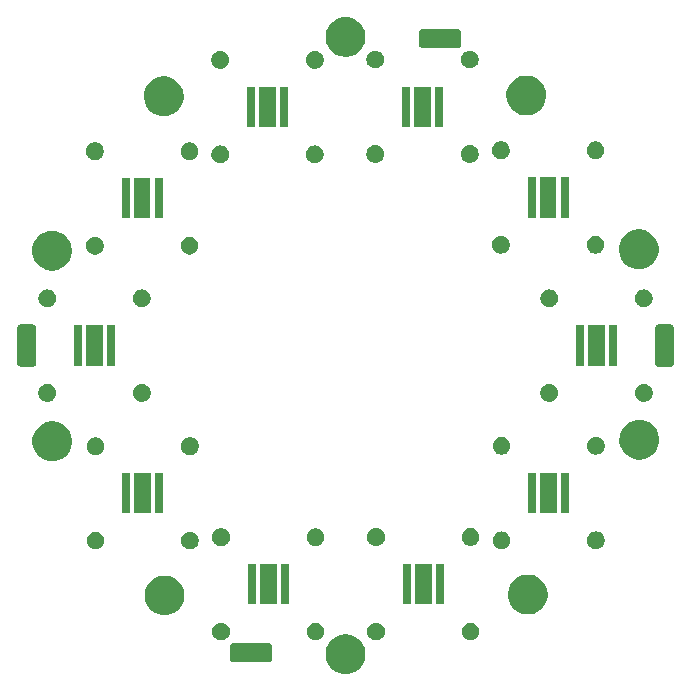
<source format=gbr>
G04 #@! TF.GenerationSoftware,KiCad,Pcbnew,(5.0.0)*
G04 #@! TF.CreationDate,2020-03-19T11:29:46-07:00*
G04 #@! TF.ProjectId,ring_illuminator,72696E675F696C6C756D696E61746F72,rev?*
G04 #@! TF.SameCoordinates,Original*
G04 #@! TF.FileFunction,Soldermask,Top*
G04 #@! TF.FilePolarity,Negative*
%FSLAX46Y46*%
G04 Gerber Fmt 4.6, Leading zero omitted, Abs format (unit mm)*
G04 Created by KiCad (PCBNEW (5.0.0)) date 03/19/20 11:29:46*
%MOMM*%
%LPD*%
G01*
G04 APERTURE LIST*
%ADD10C,0.100000*%
G04 APERTURE END LIST*
D10*
G36*
X327947Y-24476300D02*
X490330Y-24508600D01*
X796252Y-24635317D01*
X1071575Y-24819282D01*
X1305718Y-25053425D01*
X1489683Y-25328748D01*
X1616400Y-25634670D01*
X1681000Y-25959436D01*
X1681000Y-26290564D01*
X1616400Y-26615330D01*
X1489683Y-26921252D01*
X1305718Y-27196575D01*
X1071575Y-27430718D01*
X796252Y-27614683D01*
X490330Y-27741400D01*
X327947Y-27773700D01*
X165565Y-27806000D01*
X-165565Y-27806000D01*
X-327947Y-27773700D01*
X-490330Y-27741400D01*
X-796252Y-27614683D01*
X-1071575Y-27430718D01*
X-1305718Y-27196575D01*
X-1489683Y-26921252D01*
X-1616400Y-26615330D01*
X-1681000Y-26290564D01*
X-1681000Y-25959436D01*
X-1616400Y-25634670D01*
X-1489683Y-25328748D01*
X-1305718Y-25053425D01*
X-1071575Y-24819282D01*
X-796252Y-24635317D01*
X-490330Y-24508600D01*
X-327947Y-24476300D01*
X-165565Y-24444000D01*
X165565Y-24444000D01*
X327947Y-24476300D01*
X327947Y-24476300D01*
G37*
G36*
X-6476007Y-25194203D02*
X-6411586Y-25213744D01*
X-6352224Y-25245475D01*
X-6300183Y-25288183D01*
X-6257475Y-25340224D01*
X-6225744Y-25399586D01*
X-6206203Y-25464007D01*
X-6199000Y-25537141D01*
X-6199000Y-26462859D01*
X-6206203Y-26535993D01*
X-6225744Y-26600414D01*
X-6257475Y-26659776D01*
X-6300183Y-26711817D01*
X-6352224Y-26754525D01*
X-6411586Y-26786256D01*
X-6476007Y-26805797D01*
X-6549141Y-26813000D01*
X-9450859Y-26813000D01*
X-9523993Y-26805797D01*
X-9588414Y-26786256D01*
X-9647776Y-26754525D01*
X-9699817Y-26711817D01*
X-9742525Y-26659776D01*
X-9774256Y-26600414D01*
X-9793797Y-26535993D01*
X-9801000Y-26462859D01*
X-9801000Y-25537141D01*
X-9793797Y-25464007D01*
X-9774256Y-25399586D01*
X-9742525Y-25340224D01*
X-9699817Y-25288183D01*
X-9647776Y-25245475D01*
X-9588414Y-25213744D01*
X-9523993Y-25194203D01*
X-9450859Y-25187000D01*
X-6549141Y-25187000D01*
X-6476007Y-25194203D01*
X-6476007Y-25194203D01*
G37*
G36*
X-10414996Y-23476544D02*
X-10327941Y-23493860D01*
X-10191268Y-23550472D01*
X-10191267Y-23550473D01*
X-10068262Y-23632662D01*
X-9963662Y-23737262D01*
X-9963660Y-23737265D01*
X-9881472Y-23860268D01*
X-9824860Y-23996941D01*
X-9796000Y-24142033D01*
X-9796000Y-24289967D01*
X-9824860Y-24435059D01*
X-9881472Y-24571732D01*
X-9881473Y-24571733D01*
X-9963662Y-24694738D01*
X-10068262Y-24799338D01*
X-10068265Y-24799340D01*
X-10191268Y-24881528D01*
X-10327941Y-24938140D01*
X-10414996Y-24955456D01*
X-10473031Y-24967000D01*
X-10620969Y-24967000D01*
X-10679004Y-24955456D01*
X-10766059Y-24938140D01*
X-10902732Y-24881528D01*
X-11025735Y-24799340D01*
X-11025738Y-24799338D01*
X-11130338Y-24694738D01*
X-11212527Y-24571733D01*
X-11212528Y-24571732D01*
X-11269140Y-24435059D01*
X-11298000Y-24289967D01*
X-11298000Y-24142033D01*
X-11269140Y-23996941D01*
X-11212528Y-23860268D01*
X-11130340Y-23737265D01*
X-11130338Y-23737262D01*
X-11025738Y-23632662D01*
X-10902733Y-23550473D01*
X-10902732Y-23550472D01*
X-10766059Y-23493860D01*
X-10679004Y-23476544D01*
X-10620969Y-23465000D01*
X-10473031Y-23465000D01*
X-10414996Y-23476544D01*
X-10414996Y-23476544D01*
G37*
G36*
X-2414996Y-23476544D02*
X-2327941Y-23493860D01*
X-2191268Y-23550472D01*
X-2191267Y-23550473D01*
X-2068262Y-23632662D01*
X-1963662Y-23737262D01*
X-1963660Y-23737265D01*
X-1881472Y-23860268D01*
X-1824860Y-23996941D01*
X-1796000Y-24142033D01*
X-1796000Y-24289967D01*
X-1824860Y-24435059D01*
X-1881472Y-24571732D01*
X-1881473Y-24571733D01*
X-1963662Y-24694738D01*
X-2068262Y-24799338D01*
X-2068265Y-24799340D01*
X-2191268Y-24881528D01*
X-2327941Y-24938140D01*
X-2414996Y-24955456D01*
X-2473031Y-24967000D01*
X-2620969Y-24967000D01*
X-2679004Y-24955456D01*
X-2766059Y-24938140D01*
X-2902732Y-24881528D01*
X-3025735Y-24799340D01*
X-3025738Y-24799338D01*
X-3130338Y-24694738D01*
X-3212527Y-24571733D01*
X-3212528Y-24571732D01*
X-3269140Y-24435059D01*
X-3298000Y-24289967D01*
X-3298000Y-24142033D01*
X-3269140Y-23996941D01*
X-3212528Y-23860268D01*
X-3130340Y-23737265D01*
X-3130338Y-23737262D01*
X-3025738Y-23632662D01*
X-2902733Y-23550473D01*
X-2902732Y-23550472D01*
X-2766059Y-23493860D01*
X-2679004Y-23476544D01*
X-2620969Y-23465000D01*
X-2473031Y-23465000D01*
X-2414996Y-23476544D01*
X-2414996Y-23476544D01*
G37*
G36*
X2711004Y-23466544D02*
X2798059Y-23483860D01*
X2934732Y-23540472D01*
X3056079Y-23621554D01*
X3057738Y-23622662D01*
X3162338Y-23727262D01*
X3162340Y-23727265D01*
X3244528Y-23850268D01*
X3301140Y-23986941D01*
X3330000Y-24132033D01*
X3330000Y-24279967D01*
X3301140Y-24425059D01*
X3244528Y-24561732D01*
X3195360Y-24635317D01*
X3162338Y-24684738D01*
X3057738Y-24789338D01*
X3057735Y-24789340D01*
X2934732Y-24871528D01*
X2798059Y-24928140D01*
X2711004Y-24945456D01*
X2652969Y-24957000D01*
X2505031Y-24957000D01*
X2446996Y-24945456D01*
X2359941Y-24928140D01*
X2223268Y-24871528D01*
X2100265Y-24789340D01*
X2100262Y-24789338D01*
X1995662Y-24684738D01*
X1962640Y-24635317D01*
X1913472Y-24561732D01*
X1856860Y-24425059D01*
X1828000Y-24279967D01*
X1828000Y-24132033D01*
X1856860Y-23986941D01*
X1913472Y-23850268D01*
X1995660Y-23727265D01*
X1995662Y-23727262D01*
X2100262Y-23622662D01*
X2101921Y-23621554D01*
X2223268Y-23540472D01*
X2359941Y-23483860D01*
X2446996Y-23466544D01*
X2505031Y-23455000D01*
X2652969Y-23455000D01*
X2711004Y-23466544D01*
X2711004Y-23466544D01*
G37*
G36*
X10711004Y-23466544D02*
X10798059Y-23483860D01*
X10934732Y-23540472D01*
X11056079Y-23621554D01*
X11057738Y-23622662D01*
X11162338Y-23727262D01*
X11162340Y-23727265D01*
X11244528Y-23850268D01*
X11301140Y-23986941D01*
X11330000Y-24132033D01*
X11330000Y-24279967D01*
X11301140Y-24425059D01*
X11244528Y-24561732D01*
X11195360Y-24635317D01*
X11162338Y-24684738D01*
X11057738Y-24789338D01*
X11057735Y-24789340D01*
X10934732Y-24871528D01*
X10798059Y-24928140D01*
X10711004Y-24945456D01*
X10652969Y-24957000D01*
X10505031Y-24957000D01*
X10446996Y-24945456D01*
X10359941Y-24928140D01*
X10223268Y-24871528D01*
X10100265Y-24789340D01*
X10100262Y-24789338D01*
X9995662Y-24684738D01*
X9962640Y-24635317D01*
X9913472Y-24561732D01*
X9856860Y-24425059D01*
X9828000Y-24279967D01*
X9828000Y-24132033D01*
X9856860Y-23986941D01*
X9913472Y-23850268D01*
X9995660Y-23727265D01*
X9995662Y-23727262D01*
X10100262Y-23622662D01*
X10101921Y-23621554D01*
X10223268Y-23540472D01*
X10359941Y-23483860D01*
X10446996Y-23466544D01*
X10505031Y-23455000D01*
X10652969Y-23455000D01*
X10711004Y-23466544D01*
X10711004Y-23466544D01*
G37*
G36*
X-15004053Y-19504300D02*
X-14841670Y-19536600D01*
X-14535748Y-19663317D01*
X-14260425Y-19847282D01*
X-14026282Y-20081425D01*
X-13842317Y-20356748D01*
X-13715600Y-20662670D01*
X-13715600Y-20662671D01*
X-13665719Y-20913436D01*
X-13651000Y-20987436D01*
X-13651000Y-21318564D01*
X-13715600Y-21643330D01*
X-13842317Y-21949252D01*
X-14026282Y-22224575D01*
X-14260425Y-22458718D01*
X-14535748Y-22642683D01*
X-14841670Y-22769400D01*
X-15004053Y-22801700D01*
X-15166435Y-22834000D01*
X-15497565Y-22834000D01*
X-15659947Y-22801700D01*
X-15822330Y-22769400D01*
X-16128252Y-22642683D01*
X-16403575Y-22458718D01*
X-16637718Y-22224575D01*
X-16821683Y-21949252D01*
X-16948400Y-21643330D01*
X-17013000Y-21318564D01*
X-17013000Y-20987436D01*
X-16998280Y-20913436D01*
X-16948400Y-20662671D01*
X-16948400Y-20662670D01*
X-16821683Y-20356748D01*
X-16637718Y-20081425D01*
X-16403575Y-19847282D01*
X-16128252Y-19663317D01*
X-15822330Y-19536600D01*
X-15659947Y-19504300D01*
X-15497565Y-19472000D01*
X-15166435Y-19472000D01*
X-15004053Y-19504300D01*
X-15004053Y-19504300D01*
G37*
G36*
X15760947Y-19430300D02*
X15923330Y-19462600D01*
X16229252Y-19589317D01*
X16504575Y-19773282D01*
X16738718Y-20007425D01*
X16922683Y-20282748D01*
X17049400Y-20588670D01*
X17064120Y-20662671D01*
X17114000Y-20913435D01*
X17114000Y-21244565D01*
X17099280Y-21318565D01*
X17049400Y-21569330D01*
X16922683Y-21875252D01*
X16738718Y-22150575D01*
X16504575Y-22384718D01*
X16229252Y-22568683D01*
X15923330Y-22695400D01*
X15760947Y-22727700D01*
X15598565Y-22760000D01*
X15267435Y-22760000D01*
X15105053Y-22727700D01*
X14942670Y-22695400D01*
X14636748Y-22568683D01*
X14361425Y-22384718D01*
X14127282Y-22150575D01*
X13943317Y-21875252D01*
X13816600Y-21569330D01*
X13766720Y-21318565D01*
X13752000Y-21244565D01*
X13752000Y-20913435D01*
X13801880Y-20662671D01*
X13816600Y-20588670D01*
X13943317Y-20282748D01*
X14127282Y-20007425D01*
X14361425Y-19773282D01*
X14636748Y-19589317D01*
X14942670Y-19462600D01*
X15105053Y-19430300D01*
X15267435Y-19398000D01*
X15598565Y-19398000D01*
X15760947Y-19430300D01*
X15760947Y-19430300D01*
G37*
G36*
X-5846000Y-21917000D02*
X-7248000Y-21917000D01*
X-7248000Y-18515000D01*
X-5846000Y-18515000D01*
X-5846000Y-21917000D01*
X-5846000Y-21917000D01*
G37*
G36*
X-7596000Y-21917000D02*
X-8298000Y-21917000D01*
X-8298000Y-18515000D01*
X-7596000Y-18515000D01*
X-7596000Y-21917000D01*
X-7596000Y-21917000D01*
G37*
G36*
X-4796000Y-21917000D02*
X-5498000Y-21917000D01*
X-5498000Y-18515000D01*
X-4796000Y-18515000D01*
X-4796000Y-21917000D01*
X-4796000Y-21917000D01*
G37*
G36*
X5530000Y-21907000D02*
X4828000Y-21907000D01*
X4828000Y-18505000D01*
X5530000Y-18505000D01*
X5530000Y-21907000D01*
X5530000Y-21907000D01*
G37*
G36*
X7280000Y-21907000D02*
X5878000Y-21907000D01*
X5878000Y-18505000D01*
X7280000Y-18505000D01*
X7280000Y-21907000D01*
X7280000Y-21907000D01*
G37*
G36*
X8330000Y-21907000D02*
X7628000Y-21907000D01*
X7628000Y-18505000D01*
X8330000Y-18505000D01*
X8330000Y-21907000D01*
X8330000Y-21907000D01*
G37*
G36*
X-13043996Y-15772544D02*
X-12956941Y-15789860D01*
X-12820268Y-15846472D01*
X-12698921Y-15927554D01*
X-12697262Y-15928662D01*
X-12592662Y-16033262D01*
X-12592660Y-16033265D01*
X-12510472Y-16156268D01*
X-12453860Y-16292941D01*
X-12436544Y-16379996D01*
X-12425591Y-16435059D01*
X-12425000Y-16438033D01*
X-12425000Y-16585967D01*
X-12453860Y-16731059D01*
X-12510472Y-16867732D01*
X-12557517Y-16938140D01*
X-12592662Y-16990738D01*
X-12697262Y-17095338D01*
X-12697265Y-17095340D01*
X-12820268Y-17177528D01*
X-12956941Y-17234140D01*
X-13043996Y-17251456D01*
X-13102031Y-17263000D01*
X-13249969Y-17263000D01*
X-13308004Y-17251456D01*
X-13395059Y-17234140D01*
X-13531732Y-17177528D01*
X-13654735Y-17095340D01*
X-13654738Y-17095338D01*
X-13759338Y-16990738D01*
X-13794483Y-16938140D01*
X-13841528Y-16867732D01*
X-13898140Y-16731059D01*
X-13927000Y-16585967D01*
X-13927000Y-16438033D01*
X-13926408Y-16435059D01*
X-13915456Y-16379996D01*
X-13898140Y-16292941D01*
X-13841528Y-16156268D01*
X-13759340Y-16033265D01*
X-13759338Y-16033262D01*
X-13654738Y-15928662D01*
X-13653079Y-15927554D01*
X-13531732Y-15846472D01*
X-13395059Y-15789860D01*
X-13308004Y-15772544D01*
X-13249969Y-15761000D01*
X-13102031Y-15761000D01*
X-13043996Y-15772544D01*
X-13043996Y-15772544D01*
G37*
G36*
X-21043996Y-15772544D02*
X-20956941Y-15789860D01*
X-20820268Y-15846472D01*
X-20698921Y-15927554D01*
X-20697262Y-15928662D01*
X-20592662Y-16033262D01*
X-20592660Y-16033265D01*
X-20510472Y-16156268D01*
X-20453860Y-16292941D01*
X-20436544Y-16379996D01*
X-20425591Y-16435059D01*
X-20425000Y-16438033D01*
X-20425000Y-16585967D01*
X-20453860Y-16731059D01*
X-20510472Y-16867732D01*
X-20557517Y-16938140D01*
X-20592662Y-16990738D01*
X-20697262Y-17095338D01*
X-20697265Y-17095340D01*
X-20820268Y-17177528D01*
X-20956941Y-17234140D01*
X-21043996Y-17251456D01*
X-21102031Y-17263000D01*
X-21249969Y-17263000D01*
X-21308004Y-17251456D01*
X-21395059Y-17234140D01*
X-21531732Y-17177528D01*
X-21654735Y-17095340D01*
X-21654738Y-17095338D01*
X-21759338Y-16990738D01*
X-21794483Y-16938140D01*
X-21841528Y-16867732D01*
X-21898140Y-16731059D01*
X-21927000Y-16585967D01*
X-21927000Y-16438033D01*
X-21926408Y-16435059D01*
X-21915456Y-16379996D01*
X-21898140Y-16292941D01*
X-21841528Y-16156268D01*
X-21759340Y-16033265D01*
X-21759338Y-16033262D01*
X-21654738Y-15928662D01*
X-21653079Y-15927554D01*
X-21531732Y-15846472D01*
X-21395059Y-15789860D01*
X-21308004Y-15772544D01*
X-21249969Y-15761000D01*
X-21102031Y-15761000D01*
X-21043996Y-15772544D01*
X-21043996Y-15772544D01*
G37*
G36*
X21328004Y-15745544D02*
X21415059Y-15762860D01*
X21551732Y-15819472D01*
X21673079Y-15900554D01*
X21674738Y-15901662D01*
X21779338Y-16006262D01*
X21779340Y-16006265D01*
X21861528Y-16129268D01*
X21918140Y-16265941D01*
X21923511Y-16292944D01*
X21947000Y-16411031D01*
X21947000Y-16558969D01*
X21941629Y-16585969D01*
X21918140Y-16704059D01*
X21861528Y-16840732D01*
X21834269Y-16881528D01*
X21779338Y-16963738D01*
X21674738Y-17068338D01*
X21674735Y-17068340D01*
X21551732Y-17150528D01*
X21415059Y-17207140D01*
X21328004Y-17224456D01*
X21269969Y-17236000D01*
X21122031Y-17236000D01*
X21063996Y-17224456D01*
X20976941Y-17207140D01*
X20840268Y-17150528D01*
X20717265Y-17068340D01*
X20717262Y-17068338D01*
X20612662Y-16963738D01*
X20557731Y-16881528D01*
X20530472Y-16840732D01*
X20473860Y-16704059D01*
X20450371Y-16585969D01*
X20445000Y-16558969D01*
X20445000Y-16411031D01*
X20468489Y-16292944D01*
X20473860Y-16265941D01*
X20530472Y-16129268D01*
X20612660Y-16006265D01*
X20612662Y-16006262D01*
X20717262Y-15901662D01*
X20718921Y-15900554D01*
X20840268Y-15819472D01*
X20976941Y-15762860D01*
X21063996Y-15745544D01*
X21122031Y-15734000D01*
X21269969Y-15734000D01*
X21328004Y-15745544D01*
X21328004Y-15745544D01*
G37*
G36*
X13328004Y-15745544D02*
X13415059Y-15762860D01*
X13551732Y-15819472D01*
X13673079Y-15900554D01*
X13674738Y-15901662D01*
X13779338Y-16006262D01*
X13779340Y-16006265D01*
X13861528Y-16129268D01*
X13918140Y-16265941D01*
X13923511Y-16292944D01*
X13947000Y-16411031D01*
X13947000Y-16558969D01*
X13941629Y-16585969D01*
X13918140Y-16704059D01*
X13861528Y-16840732D01*
X13834269Y-16881528D01*
X13779338Y-16963738D01*
X13674738Y-17068338D01*
X13674735Y-17068340D01*
X13551732Y-17150528D01*
X13415059Y-17207140D01*
X13328004Y-17224456D01*
X13269969Y-17236000D01*
X13122031Y-17236000D01*
X13063996Y-17224456D01*
X12976941Y-17207140D01*
X12840268Y-17150528D01*
X12717265Y-17068340D01*
X12717262Y-17068338D01*
X12612662Y-16963738D01*
X12557731Y-16881528D01*
X12530472Y-16840732D01*
X12473860Y-16704059D01*
X12450371Y-16585969D01*
X12445000Y-16558969D01*
X12445000Y-16411031D01*
X12468489Y-16292944D01*
X12473860Y-16265941D01*
X12530472Y-16129268D01*
X12612660Y-16006265D01*
X12612662Y-16006262D01*
X12717262Y-15901662D01*
X12718921Y-15900554D01*
X12840268Y-15819472D01*
X12976941Y-15762860D01*
X13063996Y-15745544D01*
X13122031Y-15734000D01*
X13269969Y-15734000D01*
X13328004Y-15745544D01*
X13328004Y-15745544D01*
G37*
G36*
X-10414996Y-15476544D02*
X-10327941Y-15493860D01*
X-10191268Y-15550472D01*
X-10191267Y-15550473D01*
X-10068262Y-15632662D01*
X-9963662Y-15737262D01*
X-9963660Y-15737265D01*
X-9881472Y-15860268D01*
X-9824860Y-15996941D01*
X-9817635Y-16033265D01*
X-9796000Y-16142031D01*
X-9796000Y-16289969D01*
X-9796592Y-16292944D01*
X-9824860Y-16435059D01*
X-9881472Y-16571732D01*
X-9881473Y-16571733D01*
X-9963662Y-16694738D01*
X-10068262Y-16799338D01*
X-10068265Y-16799340D01*
X-10191268Y-16881528D01*
X-10327941Y-16938140D01*
X-10414996Y-16955456D01*
X-10473031Y-16967000D01*
X-10620969Y-16967000D01*
X-10679004Y-16955456D01*
X-10766059Y-16938140D01*
X-10902732Y-16881528D01*
X-11025735Y-16799340D01*
X-11025738Y-16799338D01*
X-11130338Y-16694738D01*
X-11212527Y-16571733D01*
X-11212528Y-16571732D01*
X-11269140Y-16435059D01*
X-11297408Y-16292944D01*
X-11298000Y-16289969D01*
X-11298000Y-16142031D01*
X-11276365Y-16033265D01*
X-11269140Y-15996941D01*
X-11212528Y-15860268D01*
X-11130340Y-15737265D01*
X-11130338Y-15737262D01*
X-11025738Y-15632662D01*
X-10902733Y-15550473D01*
X-10902732Y-15550472D01*
X-10766059Y-15493860D01*
X-10679004Y-15476544D01*
X-10620969Y-15465000D01*
X-10473031Y-15465000D01*
X-10414996Y-15476544D01*
X-10414996Y-15476544D01*
G37*
G36*
X-2414996Y-15476544D02*
X-2327941Y-15493860D01*
X-2191268Y-15550472D01*
X-2191267Y-15550473D01*
X-2068262Y-15632662D01*
X-1963662Y-15737262D01*
X-1963660Y-15737265D01*
X-1881472Y-15860268D01*
X-1824860Y-15996941D01*
X-1817635Y-16033265D01*
X-1796000Y-16142031D01*
X-1796000Y-16289969D01*
X-1796592Y-16292944D01*
X-1824860Y-16435059D01*
X-1881472Y-16571732D01*
X-1881473Y-16571733D01*
X-1963662Y-16694738D01*
X-2068262Y-16799338D01*
X-2068265Y-16799340D01*
X-2191268Y-16881528D01*
X-2327941Y-16938140D01*
X-2414996Y-16955456D01*
X-2473031Y-16967000D01*
X-2620969Y-16967000D01*
X-2679004Y-16955456D01*
X-2766059Y-16938140D01*
X-2902732Y-16881528D01*
X-3025735Y-16799340D01*
X-3025738Y-16799338D01*
X-3130338Y-16694738D01*
X-3212527Y-16571733D01*
X-3212528Y-16571732D01*
X-3269140Y-16435059D01*
X-3297408Y-16292944D01*
X-3298000Y-16289969D01*
X-3298000Y-16142031D01*
X-3276365Y-16033265D01*
X-3269140Y-15996941D01*
X-3212528Y-15860268D01*
X-3130340Y-15737265D01*
X-3130338Y-15737262D01*
X-3025738Y-15632662D01*
X-2902733Y-15550473D01*
X-2902732Y-15550472D01*
X-2766059Y-15493860D01*
X-2679004Y-15476544D01*
X-2620969Y-15465000D01*
X-2473031Y-15465000D01*
X-2414996Y-15476544D01*
X-2414996Y-15476544D01*
G37*
G36*
X10711004Y-15466544D02*
X10798059Y-15483860D01*
X10934732Y-15540472D01*
X11056079Y-15621554D01*
X11057738Y-15622662D01*
X11162338Y-15727262D01*
X11162340Y-15727265D01*
X11244528Y-15850268D01*
X11301140Y-15986941D01*
X11310354Y-16033265D01*
X11330000Y-16132031D01*
X11330000Y-16279969D01*
X11327419Y-16292944D01*
X11301140Y-16425059D01*
X11244528Y-16561732D01*
X11228333Y-16585969D01*
X11162338Y-16684738D01*
X11057738Y-16789338D01*
X11057735Y-16789340D01*
X10934732Y-16871528D01*
X10798059Y-16928140D01*
X10711004Y-16945456D01*
X10652969Y-16957000D01*
X10505031Y-16957000D01*
X10446996Y-16945456D01*
X10359941Y-16928140D01*
X10223268Y-16871528D01*
X10100265Y-16789340D01*
X10100262Y-16789338D01*
X9995662Y-16684738D01*
X9929667Y-16585969D01*
X9913472Y-16561732D01*
X9856860Y-16425059D01*
X9830581Y-16292944D01*
X9828000Y-16279969D01*
X9828000Y-16132031D01*
X9847646Y-16033265D01*
X9856860Y-15986941D01*
X9913472Y-15850268D01*
X9995660Y-15727265D01*
X9995662Y-15727262D01*
X10100262Y-15622662D01*
X10101921Y-15621554D01*
X10223268Y-15540472D01*
X10359941Y-15483860D01*
X10446996Y-15466544D01*
X10505031Y-15455000D01*
X10652969Y-15455000D01*
X10711004Y-15466544D01*
X10711004Y-15466544D01*
G37*
G36*
X2711004Y-15466544D02*
X2798059Y-15483860D01*
X2934732Y-15540472D01*
X3056079Y-15621554D01*
X3057738Y-15622662D01*
X3162338Y-15727262D01*
X3162340Y-15727265D01*
X3244528Y-15850268D01*
X3301140Y-15986941D01*
X3310354Y-16033265D01*
X3330000Y-16132031D01*
X3330000Y-16279969D01*
X3327419Y-16292944D01*
X3301140Y-16425059D01*
X3244528Y-16561732D01*
X3228333Y-16585969D01*
X3162338Y-16684738D01*
X3057738Y-16789338D01*
X3057735Y-16789340D01*
X2934732Y-16871528D01*
X2798059Y-16928140D01*
X2711004Y-16945456D01*
X2652969Y-16957000D01*
X2505031Y-16957000D01*
X2446996Y-16945456D01*
X2359941Y-16928140D01*
X2223268Y-16871528D01*
X2100265Y-16789340D01*
X2100262Y-16789338D01*
X1995662Y-16684738D01*
X1929667Y-16585969D01*
X1913472Y-16561732D01*
X1856860Y-16425059D01*
X1830581Y-16292944D01*
X1828000Y-16279969D01*
X1828000Y-16132031D01*
X1847646Y-16033265D01*
X1856860Y-15986941D01*
X1913472Y-15850268D01*
X1995660Y-15727265D01*
X1995662Y-15727262D01*
X2100262Y-15622662D01*
X2101921Y-15621554D01*
X2223268Y-15540472D01*
X2359941Y-15483860D01*
X2446996Y-15466544D01*
X2505031Y-15455000D01*
X2652969Y-15455000D01*
X2711004Y-15466544D01*
X2711004Y-15466544D01*
G37*
G36*
X-15425000Y-14213000D02*
X-16127000Y-14213000D01*
X-16127000Y-10811000D01*
X-15425000Y-10811000D01*
X-15425000Y-14213000D01*
X-15425000Y-14213000D01*
G37*
G36*
X-16475000Y-14213000D02*
X-17877000Y-14213000D01*
X-17877000Y-10811000D01*
X-16475000Y-10811000D01*
X-16475000Y-14213000D01*
X-16475000Y-14213000D01*
G37*
G36*
X-18225000Y-14213000D02*
X-18927000Y-14213000D01*
X-18927000Y-10811000D01*
X-18225000Y-10811000D01*
X-18225000Y-14213000D01*
X-18225000Y-14213000D01*
G37*
G36*
X17897000Y-14186000D02*
X16495000Y-14186000D01*
X16495000Y-10784000D01*
X17897000Y-10784000D01*
X17897000Y-14186000D01*
X17897000Y-14186000D01*
G37*
G36*
X16147000Y-14186000D02*
X15445000Y-14186000D01*
X15445000Y-10784000D01*
X16147000Y-10784000D01*
X16147000Y-14186000D01*
X16147000Y-14186000D01*
G37*
G36*
X18947000Y-14186000D02*
X18245000Y-14186000D01*
X18245000Y-10784000D01*
X18947000Y-10784000D01*
X18947000Y-14186000D01*
X18947000Y-14186000D01*
G37*
G36*
X-24507053Y-6460300D02*
X-24344670Y-6492600D01*
X-24038748Y-6619317D01*
X-23763425Y-6803282D01*
X-23529282Y-7037425D01*
X-23345317Y-7312748D01*
X-23218600Y-7618670D01*
X-23154000Y-7943436D01*
X-23154000Y-8274564D01*
X-23218600Y-8599330D01*
X-23345317Y-8905252D01*
X-23529282Y-9180575D01*
X-23763425Y-9414718D01*
X-24038748Y-9598683D01*
X-24344670Y-9725400D01*
X-24507053Y-9757700D01*
X-24669435Y-9790000D01*
X-25000565Y-9790000D01*
X-25162947Y-9757700D01*
X-25325330Y-9725400D01*
X-25631252Y-9598683D01*
X-25906575Y-9414718D01*
X-26140718Y-9180575D01*
X-26324683Y-8905252D01*
X-26451400Y-8599330D01*
X-26516000Y-8274564D01*
X-26516000Y-7943436D01*
X-26451400Y-7618670D01*
X-26324683Y-7312748D01*
X-26140718Y-7037425D01*
X-25906575Y-6803282D01*
X-25631252Y-6619317D01*
X-25325330Y-6492600D01*
X-25162947Y-6460300D01*
X-25000565Y-6428000D01*
X-24669435Y-6428000D01*
X-24507053Y-6460300D01*
X-24507053Y-6460300D01*
G37*
G36*
X25200947Y-6341300D02*
X25363330Y-6373600D01*
X25669252Y-6500317D01*
X25944575Y-6684282D01*
X26178718Y-6918425D01*
X26362683Y-7193748D01*
X26489400Y-7499670D01*
X26489400Y-7499671D01*
X26547123Y-7789860D01*
X26554000Y-7824436D01*
X26554000Y-8155564D01*
X26489400Y-8480330D01*
X26362683Y-8786252D01*
X26178718Y-9061575D01*
X25944575Y-9295718D01*
X25669252Y-9479683D01*
X25363330Y-9606400D01*
X25200947Y-9638700D01*
X25038565Y-9671000D01*
X24707435Y-9671000D01*
X24545053Y-9638700D01*
X24382670Y-9606400D01*
X24076748Y-9479683D01*
X23801425Y-9295718D01*
X23567282Y-9061575D01*
X23383317Y-8786252D01*
X23256600Y-8480330D01*
X23192000Y-8155564D01*
X23192000Y-7824436D01*
X23198878Y-7789860D01*
X23256600Y-7499671D01*
X23256600Y-7499670D01*
X23383317Y-7193748D01*
X23567282Y-6918425D01*
X23801425Y-6684282D01*
X24076748Y-6500317D01*
X24382670Y-6373600D01*
X24545053Y-6341300D01*
X24707435Y-6309000D01*
X25038565Y-6309000D01*
X25200947Y-6341300D01*
X25200947Y-6341300D01*
G37*
G36*
X-13043996Y-7772544D02*
X-12956941Y-7789860D01*
X-12820268Y-7846472D01*
X-12698921Y-7927554D01*
X-12697262Y-7928662D01*
X-12592662Y-8033262D01*
X-12592660Y-8033265D01*
X-12510472Y-8156268D01*
X-12453860Y-8292941D01*
X-12436544Y-8379996D01*
X-12430370Y-8411033D01*
X-12425000Y-8438033D01*
X-12425000Y-8585967D01*
X-12453860Y-8731059D01*
X-12510472Y-8867732D01*
X-12535542Y-8905252D01*
X-12592662Y-8990738D01*
X-12697262Y-9095338D01*
X-12697265Y-9095340D01*
X-12820268Y-9177528D01*
X-12956941Y-9234140D01*
X-13043996Y-9251456D01*
X-13102031Y-9263000D01*
X-13249969Y-9263000D01*
X-13308004Y-9251456D01*
X-13395059Y-9234140D01*
X-13531732Y-9177528D01*
X-13654735Y-9095340D01*
X-13654738Y-9095338D01*
X-13759338Y-8990738D01*
X-13816458Y-8905252D01*
X-13841528Y-8867732D01*
X-13898140Y-8731059D01*
X-13927000Y-8585967D01*
X-13927000Y-8438033D01*
X-13921629Y-8411033D01*
X-13915456Y-8379996D01*
X-13898140Y-8292941D01*
X-13841528Y-8156268D01*
X-13759340Y-8033265D01*
X-13759338Y-8033262D01*
X-13654738Y-7928662D01*
X-13653079Y-7927554D01*
X-13531732Y-7846472D01*
X-13395059Y-7789860D01*
X-13308004Y-7772544D01*
X-13249969Y-7761000D01*
X-13102031Y-7761000D01*
X-13043996Y-7772544D01*
X-13043996Y-7772544D01*
G37*
G36*
X-21043996Y-7772544D02*
X-20956941Y-7789860D01*
X-20820268Y-7846472D01*
X-20698921Y-7927554D01*
X-20697262Y-7928662D01*
X-20592662Y-8033262D01*
X-20592660Y-8033265D01*
X-20510472Y-8156268D01*
X-20453860Y-8292941D01*
X-20436544Y-8379996D01*
X-20430370Y-8411033D01*
X-20425000Y-8438033D01*
X-20425000Y-8585967D01*
X-20453860Y-8731059D01*
X-20510472Y-8867732D01*
X-20535542Y-8905252D01*
X-20592662Y-8990738D01*
X-20697262Y-9095338D01*
X-20697265Y-9095340D01*
X-20820268Y-9177528D01*
X-20956941Y-9234140D01*
X-21043996Y-9251456D01*
X-21102031Y-9263000D01*
X-21249969Y-9263000D01*
X-21308004Y-9251456D01*
X-21395059Y-9234140D01*
X-21531732Y-9177528D01*
X-21654735Y-9095340D01*
X-21654738Y-9095338D01*
X-21759338Y-8990738D01*
X-21816458Y-8905252D01*
X-21841528Y-8867732D01*
X-21898140Y-8731059D01*
X-21927000Y-8585967D01*
X-21927000Y-8438033D01*
X-21921629Y-8411033D01*
X-21915456Y-8379996D01*
X-21898140Y-8292941D01*
X-21841528Y-8156268D01*
X-21759340Y-8033265D01*
X-21759338Y-8033262D01*
X-21654738Y-7928662D01*
X-21653079Y-7927554D01*
X-21531732Y-7846472D01*
X-21395059Y-7789860D01*
X-21308004Y-7772544D01*
X-21249969Y-7761000D01*
X-21102031Y-7761000D01*
X-21043996Y-7772544D01*
X-21043996Y-7772544D01*
G37*
G36*
X21328004Y-7745544D02*
X21415059Y-7762860D01*
X21551732Y-7819472D01*
X21559161Y-7824436D01*
X21674738Y-7901662D01*
X21779338Y-8006262D01*
X21779340Y-8006265D01*
X21861528Y-8129268D01*
X21918140Y-8265941D01*
X21923511Y-8292944D01*
X21947000Y-8411031D01*
X21947000Y-8558969D01*
X21935456Y-8617004D01*
X21918140Y-8704059D01*
X21861528Y-8840732D01*
X21818418Y-8905251D01*
X21779338Y-8963738D01*
X21674738Y-9068338D01*
X21674735Y-9068340D01*
X21551732Y-9150528D01*
X21415059Y-9207140D01*
X21328004Y-9224456D01*
X21269969Y-9236000D01*
X21122031Y-9236000D01*
X21063996Y-9224456D01*
X20976941Y-9207140D01*
X20840268Y-9150528D01*
X20717265Y-9068340D01*
X20717262Y-9068338D01*
X20612662Y-8963738D01*
X20573582Y-8905251D01*
X20530472Y-8840732D01*
X20473860Y-8704059D01*
X20456544Y-8617004D01*
X20445000Y-8558969D01*
X20445000Y-8411031D01*
X20468489Y-8292944D01*
X20473860Y-8265941D01*
X20530472Y-8129268D01*
X20612660Y-8006265D01*
X20612662Y-8006262D01*
X20717262Y-7901662D01*
X20832839Y-7824436D01*
X20840268Y-7819472D01*
X20976941Y-7762860D01*
X21063996Y-7745544D01*
X21122031Y-7734000D01*
X21269969Y-7734000D01*
X21328004Y-7745544D01*
X21328004Y-7745544D01*
G37*
G36*
X13328004Y-7745544D02*
X13415059Y-7762860D01*
X13551732Y-7819472D01*
X13559161Y-7824436D01*
X13674738Y-7901662D01*
X13779338Y-8006262D01*
X13779340Y-8006265D01*
X13861528Y-8129268D01*
X13918140Y-8265941D01*
X13923511Y-8292944D01*
X13947000Y-8411031D01*
X13947000Y-8558969D01*
X13935456Y-8617004D01*
X13918140Y-8704059D01*
X13861528Y-8840732D01*
X13818418Y-8905251D01*
X13779338Y-8963738D01*
X13674738Y-9068338D01*
X13674735Y-9068340D01*
X13551732Y-9150528D01*
X13415059Y-9207140D01*
X13328004Y-9224456D01*
X13269969Y-9236000D01*
X13122031Y-9236000D01*
X13063996Y-9224456D01*
X12976941Y-9207140D01*
X12840268Y-9150528D01*
X12717265Y-9068340D01*
X12717262Y-9068338D01*
X12612662Y-8963738D01*
X12573582Y-8905251D01*
X12530472Y-8840732D01*
X12473860Y-8704059D01*
X12456544Y-8617004D01*
X12445000Y-8558969D01*
X12445000Y-8411031D01*
X12468489Y-8292944D01*
X12473860Y-8265941D01*
X12530472Y-8129268D01*
X12612660Y-8006265D01*
X12612662Y-8006262D01*
X12717262Y-7901662D01*
X12832839Y-7824436D01*
X12840268Y-7819472D01*
X12976941Y-7762860D01*
X13063996Y-7745544D01*
X13122031Y-7734000D01*
X13269969Y-7734000D01*
X13328004Y-7745544D01*
X13328004Y-7745544D01*
G37*
G36*
X-25117996Y-3260544D02*
X-25030941Y-3277860D01*
X-24894268Y-3334472D01*
X-24894267Y-3334473D01*
X-24771262Y-3416662D01*
X-24666662Y-3521262D01*
X-24666660Y-3521265D01*
X-24584472Y-3644268D01*
X-24527860Y-3780941D01*
X-24499000Y-3926033D01*
X-24499000Y-4073967D01*
X-24527860Y-4219059D01*
X-24584472Y-4355732D01*
X-24584473Y-4355733D01*
X-24666662Y-4478738D01*
X-24771262Y-4583338D01*
X-24771265Y-4583340D01*
X-24894268Y-4665528D01*
X-25030941Y-4722140D01*
X-25117996Y-4739456D01*
X-25176031Y-4751000D01*
X-25323969Y-4751000D01*
X-25382004Y-4739456D01*
X-25469059Y-4722140D01*
X-25605732Y-4665528D01*
X-25728735Y-4583340D01*
X-25728738Y-4583338D01*
X-25833338Y-4478738D01*
X-25915527Y-4355733D01*
X-25915528Y-4355732D01*
X-25972140Y-4219059D01*
X-26001000Y-4073967D01*
X-26001000Y-3926033D01*
X-25972140Y-3780941D01*
X-25915528Y-3644268D01*
X-25833340Y-3521265D01*
X-25833338Y-3521262D01*
X-25728738Y-3416662D01*
X-25605733Y-3334473D01*
X-25605732Y-3334472D01*
X-25469059Y-3277860D01*
X-25382004Y-3260544D01*
X-25323969Y-3249000D01*
X-25176031Y-3249000D01*
X-25117996Y-3260544D01*
X-25117996Y-3260544D01*
G37*
G36*
X25382004Y-3260544D02*
X25469059Y-3277860D01*
X25605732Y-3334472D01*
X25605733Y-3334473D01*
X25728738Y-3416662D01*
X25833338Y-3521262D01*
X25833340Y-3521265D01*
X25915528Y-3644268D01*
X25972140Y-3780941D01*
X26001000Y-3926033D01*
X26001000Y-4073967D01*
X25972140Y-4219059D01*
X25915528Y-4355732D01*
X25915527Y-4355733D01*
X25833338Y-4478738D01*
X25728738Y-4583338D01*
X25728735Y-4583340D01*
X25605732Y-4665528D01*
X25469059Y-4722140D01*
X25382004Y-4739456D01*
X25323969Y-4751000D01*
X25176031Y-4751000D01*
X25117996Y-4739456D01*
X25030941Y-4722140D01*
X24894268Y-4665528D01*
X24771265Y-4583340D01*
X24771262Y-4583338D01*
X24666662Y-4478738D01*
X24584473Y-4355733D01*
X24584472Y-4355732D01*
X24527860Y-4219059D01*
X24499000Y-4073967D01*
X24499000Y-3926033D01*
X24527860Y-3780941D01*
X24584472Y-3644268D01*
X24666660Y-3521265D01*
X24666662Y-3521262D01*
X24771262Y-3416662D01*
X24894267Y-3334473D01*
X24894268Y-3334472D01*
X25030941Y-3277860D01*
X25117996Y-3260544D01*
X25176031Y-3249000D01*
X25323969Y-3249000D01*
X25382004Y-3260544D01*
X25382004Y-3260544D01*
G37*
G36*
X17382004Y-3260544D02*
X17469059Y-3277860D01*
X17605732Y-3334472D01*
X17605733Y-3334473D01*
X17728738Y-3416662D01*
X17833338Y-3521262D01*
X17833340Y-3521265D01*
X17915528Y-3644268D01*
X17972140Y-3780941D01*
X18001000Y-3926033D01*
X18001000Y-4073967D01*
X17972140Y-4219059D01*
X17915528Y-4355732D01*
X17915527Y-4355733D01*
X17833338Y-4478738D01*
X17728738Y-4583338D01*
X17728735Y-4583340D01*
X17605732Y-4665528D01*
X17469059Y-4722140D01*
X17382004Y-4739456D01*
X17323969Y-4751000D01*
X17176031Y-4751000D01*
X17117996Y-4739456D01*
X17030941Y-4722140D01*
X16894268Y-4665528D01*
X16771265Y-4583340D01*
X16771262Y-4583338D01*
X16666662Y-4478738D01*
X16584473Y-4355733D01*
X16584472Y-4355732D01*
X16527860Y-4219059D01*
X16499000Y-4073967D01*
X16499000Y-3926033D01*
X16527860Y-3780941D01*
X16584472Y-3644268D01*
X16666660Y-3521265D01*
X16666662Y-3521262D01*
X16771262Y-3416662D01*
X16894267Y-3334473D01*
X16894268Y-3334472D01*
X17030941Y-3277860D01*
X17117996Y-3260544D01*
X17176031Y-3249000D01*
X17323969Y-3249000D01*
X17382004Y-3260544D01*
X17382004Y-3260544D01*
G37*
G36*
X-17117996Y-3260544D02*
X-17030941Y-3277860D01*
X-16894268Y-3334472D01*
X-16894267Y-3334473D01*
X-16771262Y-3416662D01*
X-16666662Y-3521262D01*
X-16666660Y-3521265D01*
X-16584472Y-3644268D01*
X-16527860Y-3780941D01*
X-16499000Y-3926033D01*
X-16499000Y-4073967D01*
X-16527860Y-4219059D01*
X-16584472Y-4355732D01*
X-16584473Y-4355733D01*
X-16666662Y-4478738D01*
X-16771262Y-4583338D01*
X-16771265Y-4583340D01*
X-16894268Y-4665528D01*
X-17030941Y-4722140D01*
X-17117996Y-4739456D01*
X-17176031Y-4751000D01*
X-17323969Y-4751000D01*
X-17382004Y-4739456D01*
X-17469059Y-4722140D01*
X-17605732Y-4665528D01*
X-17728735Y-4583340D01*
X-17728738Y-4583338D01*
X-17833338Y-4478738D01*
X-17915527Y-4355733D01*
X-17915528Y-4355732D01*
X-17972140Y-4219059D01*
X-18001000Y-4073967D01*
X-18001000Y-3926033D01*
X-17972140Y-3780941D01*
X-17915528Y-3644268D01*
X-17833340Y-3521265D01*
X-17833338Y-3521262D01*
X-17728738Y-3416662D01*
X-17605733Y-3334473D01*
X-17605732Y-3334472D01*
X-17469059Y-3277860D01*
X-17382004Y-3260544D01*
X-17323969Y-3249000D01*
X-17176031Y-3249000D01*
X-17117996Y-3260544D01*
X-17117996Y-3260544D01*
G37*
G36*
X27535993Y1793797D02*
X27600414Y1774256D01*
X27659776Y1742525D01*
X27711817Y1699817D01*
X27754525Y1647776D01*
X27786256Y1588414D01*
X27805797Y1523993D01*
X27813000Y1450859D01*
X27813000Y-1450859D01*
X27805797Y-1523993D01*
X27786256Y-1588414D01*
X27754525Y-1647776D01*
X27711817Y-1699817D01*
X27659776Y-1742525D01*
X27600414Y-1774256D01*
X27535993Y-1793797D01*
X27462859Y-1801000D01*
X26537141Y-1801000D01*
X26464007Y-1793797D01*
X26399586Y-1774256D01*
X26340224Y-1742525D01*
X26288183Y-1699817D01*
X26245475Y-1647776D01*
X26213744Y-1588414D01*
X26194203Y-1523993D01*
X26187000Y-1450859D01*
X26187000Y1450859D01*
X26194203Y1523993D01*
X26213744Y1588414D01*
X26245475Y1647776D01*
X26288183Y1699817D01*
X26340224Y1742525D01*
X26399586Y1774256D01*
X26464007Y1793797D01*
X26537141Y1801000D01*
X27462859Y1801000D01*
X27535993Y1793797D01*
X27535993Y1793797D01*
G37*
G36*
X-26464007Y1793797D02*
X-26399586Y1774256D01*
X-26340224Y1742525D01*
X-26288183Y1699817D01*
X-26245475Y1647776D01*
X-26213744Y1588414D01*
X-26194203Y1523993D01*
X-26187000Y1450859D01*
X-26187000Y-1450859D01*
X-26194203Y-1523993D01*
X-26213744Y-1588414D01*
X-26245475Y-1647776D01*
X-26288183Y-1699817D01*
X-26340224Y-1742525D01*
X-26399586Y-1774256D01*
X-26464007Y-1793797D01*
X-26537141Y-1801000D01*
X-27462859Y-1801000D01*
X-27535993Y-1793797D01*
X-27600414Y-1774256D01*
X-27659776Y-1742525D01*
X-27711817Y-1699817D01*
X-27754525Y-1647776D01*
X-27786256Y-1588414D01*
X-27805797Y-1523993D01*
X-27813000Y-1450859D01*
X-27813000Y1450859D01*
X-27805797Y1523993D01*
X-27786256Y1588414D01*
X-27754525Y1647776D01*
X-27711817Y1699817D01*
X-27659776Y1742525D01*
X-27600414Y1774256D01*
X-27535993Y1793797D01*
X-27462859Y1801000D01*
X-26537141Y1801000D01*
X-26464007Y1793797D01*
X-26464007Y1793797D01*
G37*
G36*
X21951000Y-1701000D02*
X20549000Y-1701000D01*
X20549000Y1701000D01*
X21951000Y1701000D01*
X21951000Y-1701000D01*
X21951000Y-1701000D01*
G37*
G36*
X-19499000Y-1701000D02*
X-20201000Y-1701000D01*
X-20201000Y1701000D01*
X-19499000Y1701000D01*
X-19499000Y-1701000D01*
X-19499000Y-1701000D01*
G37*
G36*
X20201000Y-1701000D02*
X19499000Y-1701000D01*
X19499000Y1701000D01*
X20201000Y1701000D01*
X20201000Y-1701000D01*
X20201000Y-1701000D01*
G37*
G36*
X23001000Y-1701000D02*
X22299000Y-1701000D01*
X22299000Y1701000D01*
X23001000Y1701000D01*
X23001000Y-1701000D01*
X23001000Y-1701000D01*
G37*
G36*
X-22299000Y-1701000D02*
X-23001000Y-1701000D01*
X-23001000Y1701000D01*
X-22299000Y1701000D01*
X-22299000Y-1701000D01*
X-22299000Y-1701000D01*
G37*
G36*
X-20549000Y-1701000D02*
X-21951000Y-1701000D01*
X-21951000Y1701000D01*
X-20549000Y1701000D01*
X-20549000Y-1701000D01*
X-20549000Y-1701000D01*
G37*
G36*
X17382004Y4739456D02*
X17469059Y4722140D01*
X17605732Y4665528D01*
X17605733Y4665527D01*
X17728738Y4583338D01*
X17833338Y4478738D01*
X17833340Y4478735D01*
X17915528Y4355732D01*
X17972140Y4219059D01*
X18001000Y4073967D01*
X18001000Y3926033D01*
X17972140Y3780941D01*
X17915528Y3644268D01*
X17915527Y3644267D01*
X17833338Y3521262D01*
X17728738Y3416662D01*
X17728735Y3416660D01*
X17605732Y3334472D01*
X17469059Y3277860D01*
X17382004Y3260544D01*
X17323969Y3249000D01*
X17176031Y3249000D01*
X17117996Y3260544D01*
X17030941Y3277860D01*
X16894268Y3334472D01*
X16771265Y3416660D01*
X16771262Y3416662D01*
X16666662Y3521262D01*
X16584473Y3644267D01*
X16584472Y3644268D01*
X16527860Y3780941D01*
X16499000Y3926033D01*
X16499000Y4073967D01*
X16527860Y4219059D01*
X16584472Y4355732D01*
X16666660Y4478735D01*
X16666662Y4478738D01*
X16771262Y4583338D01*
X16894267Y4665527D01*
X16894268Y4665528D01*
X17030941Y4722140D01*
X17117996Y4739456D01*
X17176031Y4751000D01*
X17323969Y4751000D01*
X17382004Y4739456D01*
X17382004Y4739456D01*
G37*
G36*
X-25117996Y4739456D02*
X-25030941Y4722140D01*
X-24894268Y4665528D01*
X-24894267Y4665527D01*
X-24771262Y4583338D01*
X-24666662Y4478738D01*
X-24666660Y4478735D01*
X-24584472Y4355732D01*
X-24527860Y4219059D01*
X-24499000Y4073967D01*
X-24499000Y3926033D01*
X-24527860Y3780941D01*
X-24584472Y3644268D01*
X-24584473Y3644267D01*
X-24666662Y3521262D01*
X-24771262Y3416662D01*
X-24771265Y3416660D01*
X-24894268Y3334472D01*
X-25030941Y3277860D01*
X-25117996Y3260544D01*
X-25176031Y3249000D01*
X-25323969Y3249000D01*
X-25382004Y3260544D01*
X-25469059Y3277860D01*
X-25605732Y3334472D01*
X-25728735Y3416660D01*
X-25728738Y3416662D01*
X-25833338Y3521262D01*
X-25915527Y3644267D01*
X-25915528Y3644268D01*
X-25972140Y3780941D01*
X-26001000Y3926033D01*
X-26001000Y4073967D01*
X-25972140Y4219059D01*
X-25915528Y4355732D01*
X-25833340Y4478735D01*
X-25833338Y4478738D01*
X-25728738Y4583338D01*
X-25605733Y4665527D01*
X-25605732Y4665528D01*
X-25469059Y4722140D01*
X-25382004Y4739456D01*
X-25323969Y4751000D01*
X-25176031Y4751000D01*
X-25117996Y4739456D01*
X-25117996Y4739456D01*
G37*
G36*
X-17117996Y4739456D02*
X-17030941Y4722140D01*
X-16894268Y4665528D01*
X-16894267Y4665527D01*
X-16771262Y4583338D01*
X-16666662Y4478738D01*
X-16666660Y4478735D01*
X-16584472Y4355732D01*
X-16527860Y4219059D01*
X-16499000Y4073967D01*
X-16499000Y3926033D01*
X-16527860Y3780941D01*
X-16584472Y3644268D01*
X-16584473Y3644267D01*
X-16666662Y3521262D01*
X-16771262Y3416662D01*
X-16771265Y3416660D01*
X-16894268Y3334472D01*
X-17030941Y3277860D01*
X-17117996Y3260544D01*
X-17176031Y3249000D01*
X-17323969Y3249000D01*
X-17382004Y3260544D01*
X-17469059Y3277860D01*
X-17605732Y3334472D01*
X-17728735Y3416660D01*
X-17728738Y3416662D01*
X-17833338Y3521262D01*
X-17915527Y3644267D01*
X-17915528Y3644268D01*
X-17972140Y3780941D01*
X-18001000Y3926033D01*
X-18001000Y4073967D01*
X-17972140Y4219059D01*
X-17915528Y4355732D01*
X-17833340Y4478735D01*
X-17833338Y4478738D01*
X-17728738Y4583338D01*
X-17605733Y4665527D01*
X-17605732Y4665528D01*
X-17469059Y4722140D01*
X-17382004Y4739456D01*
X-17323969Y4751000D01*
X-17176031Y4751000D01*
X-17117996Y4739456D01*
X-17117996Y4739456D01*
G37*
G36*
X25382004Y4739456D02*
X25469059Y4722140D01*
X25605732Y4665528D01*
X25605733Y4665527D01*
X25728738Y4583338D01*
X25833338Y4478738D01*
X25833340Y4478735D01*
X25915528Y4355732D01*
X25972140Y4219059D01*
X26001000Y4073967D01*
X26001000Y3926033D01*
X25972140Y3780941D01*
X25915528Y3644268D01*
X25915527Y3644267D01*
X25833338Y3521262D01*
X25728738Y3416662D01*
X25728735Y3416660D01*
X25605732Y3334472D01*
X25469059Y3277860D01*
X25382004Y3260544D01*
X25323969Y3249000D01*
X25176031Y3249000D01*
X25117996Y3260544D01*
X25030941Y3277860D01*
X24894268Y3334472D01*
X24771265Y3416660D01*
X24771262Y3416662D01*
X24666662Y3521262D01*
X24584473Y3644267D01*
X24584472Y3644268D01*
X24527860Y3780941D01*
X24499000Y3926033D01*
X24499000Y4073967D01*
X24527860Y4219059D01*
X24584472Y4355732D01*
X24666660Y4478735D01*
X24666662Y4478738D01*
X24771262Y4583338D01*
X24894267Y4665527D01*
X24894268Y4665528D01*
X25030941Y4722140D01*
X25117996Y4739456D01*
X25176031Y4751000D01*
X25323969Y4751000D01*
X25382004Y4739456D01*
X25382004Y4739456D01*
G37*
G36*
X-24532553Y9678200D02*
X-24370170Y9645900D01*
X-24064248Y9519183D01*
X-23788925Y9335218D01*
X-23554782Y9101075D01*
X-23370817Y8825752D01*
X-23244100Y8519830D01*
X-23244100Y8519829D01*
X-23204538Y8320941D01*
X-23179500Y8195064D01*
X-23179500Y7863936D01*
X-23244100Y7539170D01*
X-23370817Y7233248D01*
X-23554782Y6957925D01*
X-23788925Y6723782D01*
X-24064248Y6539817D01*
X-24370170Y6413100D01*
X-24532553Y6380800D01*
X-24694935Y6348500D01*
X-25026065Y6348500D01*
X-25188447Y6380800D01*
X-25350830Y6413100D01*
X-25656752Y6539817D01*
X-25932075Y6723782D01*
X-26166218Y6957925D01*
X-26350183Y7233248D01*
X-26476900Y7539170D01*
X-26541500Y7863936D01*
X-26541500Y8195064D01*
X-26516461Y8320941D01*
X-26476900Y8519829D01*
X-26476900Y8519830D01*
X-26350183Y8825752D01*
X-26166218Y9101075D01*
X-25932075Y9335218D01*
X-25656752Y9519183D01*
X-25350830Y9645900D01*
X-25188447Y9678200D01*
X-25026065Y9710500D01*
X-24694935Y9710500D01*
X-24532553Y9678200D01*
X-24532553Y9678200D01*
G37*
G36*
X25148947Y9796700D02*
X25311330Y9764400D01*
X25617252Y9637683D01*
X25892575Y9453718D01*
X26126718Y9219575D01*
X26310683Y8944252D01*
X26437400Y8638330D01*
X26502000Y8313564D01*
X26502000Y7982436D01*
X26437400Y7657670D01*
X26310683Y7351748D01*
X26126718Y7076425D01*
X25892575Y6842282D01*
X25617252Y6658317D01*
X25311330Y6531600D01*
X25148947Y6499300D01*
X24986565Y6467000D01*
X24655435Y6467000D01*
X24493053Y6499300D01*
X24330670Y6531600D01*
X24024748Y6658317D01*
X23749425Y6842282D01*
X23515282Y7076425D01*
X23331317Y7351748D01*
X23204600Y7657670D01*
X23140000Y7982436D01*
X23140000Y8313564D01*
X23204600Y8638330D01*
X23331317Y8944252D01*
X23515282Y9219575D01*
X23749425Y9453718D01*
X24024748Y9637683D01*
X24330670Y9764400D01*
X24493053Y9796700D01*
X24655435Y9829000D01*
X24986565Y9829000D01*
X25148947Y9796700D01*
X25148947Y9796700D01*
G37*
G36*
X-21083996Y9197456D02*
X-20996941Y9180140D01*
X-20860268Y9123528D01*
X-20826665Y9101075D01*
X-20737262Y9041338D01*
X-20632662Y8936738D01*
X-20632660Y8936735D01*
X-20550472Y8813732D01*
X-20493860Y8677059D01*
X-20465000Y8531967D01*
X-20465000Y8384033D01*
X-20493860Y8238941D01*
X-20550472Y8102268D01*
X-20630541Y7982436D01*
X-20632662Y7979262D01*
X-20737262Y7874662D01*
X-20737265Y7874660D01*
X-20860268Y7792472D01*
X-20996941Y7735860D01*
X-21083996Y7718544D01*
X-21142031Y7707000D01*
X-21289969Y7707000D01*
X-21348004Y7718544D01*
X-21435059Y7735860D01*
X-21571732Y7792472D01*
X-21694735Y7874660D01*
X-21694738Y7874662D01*
X-21799338Y7979262D01*
X-21801459Y7982436D01*
X-21881528Y8102268D01*
X-21938140Y8238941D01*
X-21967000Y8384033D01*
X-21967000Y8531967D01*
X-21938140Y8677059D01*
X-21881528Y8813732D01*
X-21799340Y8936735D01*
X-21799338Y8936738D01*
X-21694738Y9041338D01*
X-21605335Y9101075D01*
X-21571732Y9123528D01*
X-21435059Y9180140D01*
X-21348004Y9197456D01*
X-21289969Y9209000D01*
X-21142031Y9209000D01*
X-21083996Y9197456D01*
X-21083996Y9197456D01*
G37*
G36*
X-13083996Y9197456D02*
X-12996941Y9180140D01*
X-12860268Y9123528D01*
X-12826665Y9101075D01*
X-12737262Y9041338D01*
X-12632662Y8936738D01*
X-12632660Y8936735D01*
X-12550472Y8813732D01*
X-12493860Y8677059D01*
X-12465000Y8531967D01*
X-12465000Y8384033D01*
X-12493860Y8238941D01*
X-12550472Y8102268D01*
X-12630541Y7982436D01*
X-12632662Y7979262D01*
X-12737262Y7874662D01*
X-12737265Y7874660D01*
X-12860268Y7792472D01*
X-12996941Y7735860D01*
X-13083996Y7718544D01*
X-13142031Y7707000D01*
X-13289969Y7707000D01*
X-13348004Y7718544D01*
X-13435059Y7735860D01*
X-13571732Y7792472D01*
X-13694735Y7874660D01*
X-13694738Y7874662D01*
X-13799338Y7979262D01*
X-13801459Y7982436D01*
X-13881528Y8102268D01*
X-13938140Y8238941D01*
X-13967000Y8384033D01*
X-13967000Y8531967D01*
X-13938140Y8677059D01*
X-13881528Y8813732D01*
X-13799340Y8936735D01*
X-13799338Y8936738D01*
X-13694738Y9041338D01*
X-13605335Y9101075D01*
X-13571732Y9123528D01*
X-13435059Y9180140D01*
X-13348004Y9197456D01*
X-13289969Y9209000D01*
X-13142031Y9209000D01*
X-13083996Y9197456D01*
X-13083996Y9197456D01*
G37*
G36*
X13288004Y9279456D02*
X13375059Y9262140D01*
X13511732Y9205528D01*
X13633079Y9124446D01*
X13634738Y9123338D01*
X13739338Y9018738D01*
X13739340Y9018735D01*
X13821528Y8895732D01*
X13878140Y8759059D01*
X13907000Y8613967D01*
X13907000Y8466033D01*
X13878140Y8320941D01*
X13821528Y8184268D01*
X13821527Y8184267D01*
X13739338Y8061262D01*
X13634738Y7956662D01*
X13634735Y7956660D01*
X13511732Y7874472D01*
X13375059Y7817860D01*
X13288004Y7800544D01*
X13229969Y7789000D01*
X13082031Y7789000D01*
X13023996Y7800544D01*
X12936941Y7817860D01*
X12800268Y7874472D01*
X12677265Y7956660D01*
X12677262Y7956662D01*
X12572662Y8061262D01*
X12490473Y8184267D01*
X12490472Y8184268D01*
X12433860Y8320941D01*
X12405000Y8466033D01*
X12405000Y8613967D01*
X12433860Y8759059D01*
X12490472Y8895732D01*
X12572660Y9018735D01*
X12572662Y9018738D01*
X12677262Y9123338D01*
X12678921Y9124446D01*
X12800268Y9205528D01*
X12936941Y9262140D01*
X13023996Y9279456D01*
X13082031Y9291000D01*
X13229969Y9291000D01*
X13288004Y9279456D01*
X13288004Y9279456D01*
G37*
G36*
X21288004Y9279456D02*
X21375059Y9262140D01*
X21511732Y9205528D01*
X21633079Y9124446D01*
X21634738Y9123338D01*
X21739338Y9018738D01*
X21739340Y9018735D01*
X21821528Y8895732D01*
X21878140Y8759059D01*
X21907000Y8613967D01*
X21907000Y8466033D01*
X21878140Y8320941D01*
X21821528Y8184268D01*
X21821527Y8184267D01*
X21739338Y8061262D01*
X21634738Y7956662D01*
X21634735Y7956660D01*
X21511732Y7874472D01*
X21375059Y7817860D01*
X21288004Y7800544D01*
X21229969Y7789000D01*
X21082031Y7789000D01*
X21023996Y7800544D01*
X20936941Y7817860D01*
X20800268Y7874472D01*
X20677265Y7956660D01*
X20677262Y7956662D01*
X20572662Y8061262D01*
X20490473Y8184267D01*
X20490472Y8184268D01*
X20433860Y8320941D01*
X20405000Y8466033D01*
X20405000Y8613967D01*
X20433860Y8759059D01*
X20490472Y8895732D01*
X20572660Y9018735D01*
X20572662Y9018738D01*
X20677262Y9123338D01*
X20678921Y9124446D01*
X20800268Y9205528D01*
X20936941Y9262140D01*
X21023996Y9279456D01*
X21082031Y9291000D01*
X21229969Y9291000D01*
X21288004Y9279456D01*
X21288004Y9279456D01*
G37*
G36*
X-18265000Y10757000D02*
X-18967000Y10757000D01*
X-18967000Y14159000D01*
X-18265000Y14159000D01*
X-18265000Y10757000D01*
X-18265000Y10757000D01*
G37*
G36*
X-15465000Y10757000D02*
X-16167000Y10757000D01*
X-16167000Y14159000D01*
X-15465000Y14159000D01*
X-15465000Y10757000D01*
X-15465000Y10757000D01*
G37*
G36*
X-16515000Y10757000D02*
X-17917000Y10757000D01*
X-17917000Y14159000D01*
X-16515000Y14159000D01*
X-16515000Y10757000D01*
X-16515000Y10757000D01*
G37*
G36*
X18907000Y10839000D02*
X18205000Y10839000D01*
X18205000Y14241000D01*
X18907000Y14241000D01*
X18907000Y10839000D01*
X18907000Y10839000D01*
G37*
G36*
X17857000Y10839000D02*
X16455000Y10839000D01*
X16455000Y14241000D01*
X17857000Y14241000D01*
X17857000Y10839000D01*
X17857000Y10839000D01*
G37*
G36*
X16107000Y10839000D02*
X15405000Y10839000D01*
X15405000Y14241000D01*
X16107000Y14241000D01*
X16107000Y10839000D01*
X16107000Y10839000D01*
G37*
G36*
X-10479996Y16934456D02*
X-10392941Y16917140D01*
X-10256268Y16860528D01*
X-10134921Y16779446D01*
X-10133262Y16778338D01*
X-10028662Y16673738D01*
X-10028660Y16673735D01*
X-9946472Y16550732D01*
X-9889860Y16414059D01*
X-9872544Y16327004D01*
X-9861000Y16268969D01*
X-9861000Y16121031D01*
X-9872544Y16062996D01*
X-9889860Y15975941D01*
X-9946472Y15839268D01*
X-9977740Y15792472D01*
X-10028662Y15716262D01*
X-10133262Y15611662D01*
X-10133265Y15611660D01*
X-10256268Y15529472D01*
X-10392941Y15472860D01*
X-10479996Y15455544D01*
X-10538031Y15444000D01*
X-10685969Y15444000D01*
X-10744004Y15455544D01*
X-10831059Y15472860D01*
X-10967732Y15529472D01*
X-11090735Y15611660D01*
X-11090738Y15611662D01*
X-11195338Y15716262D01*
X-11246260Y15792472D01*
X-11277528Y15839268D01*
X-11334140Y15975941D01*
X-11351456Y16062996D01*
X-11363000Y16121031D01*
X-11363000Y16268969D01*
X-11351456Y16327004D01*
X-11334140Y16414059D01*
X-11277528Y16550732D01*
X-11195340Y16673735D01*
X-11195338Y16673738D01*
X-11090738Y16778338D01*
X-11089079Y16779446D01*
X-10967732Y16860528D01*
X-10831059Y16917140D01*
X-10744004Y16934456D01*
X-10685969Y16946000D01*
X-10538031Y16946000D01*
X-10479996Y16934456D01*
X-10479996Y16934456D01*
G37*
G36*
X-2479996Y16934456D02*
X-2392941Y16917140D01*
X-2256268Y16860528D01*
X-2134921Y16779446D01*
X-2133262Y16778338D01*
X-2028662Y16673738D01*
X-2028660Y16673735D01*
X-1946472Y16550732D01*
X-1889860Y16414059D01*
X-1872544Y16327004D01*
X-1861000Y16268969D01*
X-1861000Y16121031D01*
X-1872544Y16062996D01*
X-1889860Y15975941D01*
X-1946472Y15839268D01*
X-1977740Y15792472D01*
X-2028662Y15716262D01*
X-2133262Y15611662D01*
X-2133265Y15611660D01*
X-2256268Y15529472D01*
X-2392941Y15472860D01*
X-2479996Y15455544D01*
X-2538031Y15444000D01*
X-2685969Y15444000D01*
X-2744004Y15455544D01*
X-2831059Y15472860D01*
X-2967732Y15529472D01*
X-3090735Y15611660D01*
X-3090738Y15611662D01*
X-3195338Y15716262D01*
X-3246260Y15792472D01*
X-3277528Y15839268D01*
X-3334140Y15975941D01*
X-3351456Y16062996D01*
X-3363000Y16121031D01*
X-3363000Y16268969D01*
X-3351456Y16327004D01*
X-3334140Y16414059D01*
X-3277528Y16550732D01*
X-3195340Y16673735D01*
X-3195338Y16673738D01*
X-3090738Y16778338D01*
X-3089079Y16779446D01*
X-2967732Y16860528D01*
X-2831059Y16917140D01*
X-2744004Y16934456D01*
X-2685969Y16946000D01*
X-2538031Y16946000D01*
X-2479996Y16934456D01*
X-2479996Y16934456D01*
G37*
G36*
X10647004Y16966456D02*
X10734059Y16949140D01*
X10870732Y16892528D01*
X10870733Y16892527D01*
X10993738Y16810338D01*
X11098338Y16705738D01*
X11098340Y16705735D01*
X11180528Y16582732D01*
X11237140Y16446059D01*
X11249477Y16384033D01*
X11262027Y16320944D01*
X11266000Y16300967D01*
X11266000Y16153033D01*
X11237140Y16007941D01*
X11180528Y15871268D01*
X11144842Y15817860D01*
X11098338Y15748262D01*
X10993738Y15643662D01*
X10993735Y15643660D01*
X10870732Y15561472D01*
X10734059Y15504860D01*
X10647004Y15487544D01*
X10588969Y15476000D01*
X10441031Y15476000D01*
X10382996Y15487544D01*
X10295941Y15504860D01*
X10159268Y15561472D01*
X10036265Y15643660D01*
X10036262Y15643662D01*
X9931662Y15748262D01*
X9885158Y15817860D01*
X9849472Y15871268D01*
X9792860Y16007941D01*
X9764000Y16153033D01*
X9764000Y16300967D01*
X9767974Y16320944D01*
X9780523Y16384033D01*
X9792860Y16446059D01*
X9849472Y16582732D01*
X9931660Y16705735D01*
X9931662Y16705738D01*
X10036262Y16810338D01*
X10159267Y16892527D01*
X10159268Y16892528D01*
X10295941Y16949140D01*
X10382996Y16966456D01*
X10441031Y16978000D01*
X10588969Y16978000D01*
X10647004Y16966456D01*
X10647004Y16966456D01*
G37*
G36*
X2647004Y16966456D02*
X2734059Y16949140D01*
X2870732Y16892528D01*
X2870733Y16892527D01*
X2993738Y16810338D01*
X3098338Y16705738D01*
X3098340Y16705735D01*
X3180528Y16582732D01*
X3237140Y16446059D01*
X3249477Y16384033D01*
X3262027Y16320944D01*
X3266000Y16300967D01*
X3266000Y16153033D01*
X3237140Y16007941D01*
X3180528Y15871268D01*
X3144842Y15817860D01*
X3098338Y15748262D01*
X2993738Y15643662D01*
X2993735Y15643660D01*
X2870732Y15561472D01*
X2734059Y15504860D01*
X2647004Y15487544D01*
X2588969Y15476000D01*
X2441031Y15476000D01*
X2382996Y15487544D01*
X2295941Y15504860D01*
X2159268Y15561472D01*
X2036265Y15643660D01*
X2036262Y15643662D01*
X1931662Y15748262D01*
X1885158Y15817860D01*
X1849472Y15871268D01*
X1792860Y16007941D01*
X1764000Y16153033D01*
X1764000Y16300967D01*
X1767974Y16320944D01*
X1780523Y16384033D01*
X1792860Y16446059D01*
X1849472Y16582732D01*
X1931660Y16705735D01*
X1931662Y16705738D01*
X2036262Y16810338D01*
X2159267Y16892527D01*
X2159268Y16892528D01*
X2295941Y16949140D01*
X2382996Y16966456D01*
X2441031Y16978000D01*
X2588969Y16978000D01*
X2647004Y16966456D01*
X2647004Y16966456D01*
G37*
G36*
X-21083996Y17197456D02*
X-20996941Y17180140D01*
X-20860268Y17123528D01*
X-20860267Y17123527D01*
X-20737262Y17041338D01*
X-20632662Y16936738D01*
X-20632660Y16936735D01*
X-20550472Y16813732D01*
X-20493860Y16677059D01*
X-20476544Y16590004D01*
X-20468732Y16550732D01*
X-20465000Y16531967D01*
X-20465000Y16384033D01*
X-20493860Y16238941D01*
X-20550472Y16102268D01*
X-20613497Y16007944D01*
X-20632662Y15979262D01*
X-20737262Y15874662D01*
X-20737265Y15874660D01*
X-20860268Y15792472D01*
X-20996941Y15735860D01*
X-21083996Y15718544D01*
X-21142031Y15707000D01*
X-21289969Y15707000D01*
X-21348004Y15718544D01*
X-21435059Y15735860D01*
X-21571732Y15792472D01*
X-21694735Y15874660D01*
X-21694738Y15874662D01*
X-21799338Y15979262D01*
X-21818503Y16007944D01*
X-21881528Y16102268D01*
X-21938140Y16238941D01*
X-21967000Y16384033D01*
X-21967000Y16531967D01*
X-21963267Y16550732D01*
X-21955456Y16590004D01*
X-21938140Y16677059D01*
X-21881528Y16813732D01*
X-21799340Y16936735D01*
X-21799338Y16936738D01*
X-21694738Y17041338D01*
X-21571733Y17123527D01*
X-21571732Y17123528D01*
X-21435059Y17180140D01*
X-21348004Y17197456D01*
X-21289969Y17209000D01*
X-21142031Y17209000D01*
X-21083996Y17197456D01*
X-21083996Y17197456D01*
G37*
G36*
X-13083996Y17197456D02*
X-12996941Y17180140D01*
X-12860268Y17123528D01*
X-12860267Y17123527D01*
X-12737262Y17041338D01*
X-12632662Y16936738D01*
X-12632660Y16936735D01*
X-12550472Y16813732D01*
X-12493860Y16677059D01*
X-12476544Y16590004D01*
X-12468732Y16550732D01*
X-12465000Y16531967D01*
X-12465000Y16384033D01*
X-12493860Y16238941D01*
X-12550472Y16102268D01*
X-12613497Y16007944D01*
X-12632662Y15979262D01*
X-12737262Y15874662D01*
X-12737265Y15874660D01*
X-12860268Y15792472D01*
X-12996941Y15735860D01*
X-13083996Y15718544D01*
X-13142031Y15707000D01*
X-13289969Y15707000D01*
X-13348004Y15718544D01*
X-13435059Y15735860D01*
X-13571732Y15792472D01*
X-13694735Y15874660D01*
X-13694738Y15874662D01*
X-13799338Y15979262D01*
X-13818503Y16007944D01*
X-13881528Y16102268D01*
X-13938140Y16238941D01*
X-13967000Y16384033D01*
X-13967000Y16531967D01*
X-13963267Y16550732D01*
X-13955456Y16590004D01*
X-13938140Y16677059D01*
X-13881528Y16813732D01*
X-13799340Y16936735D01*
X-13799338Y16936738D01*
X-13694738Y17041338D01*
X-13571733Y17123527D01*
X-13571732Y17123528D01*
X-13435059Y17180140D01*
X-13348004Y17197456D01*
X-13289969Y17209000D01*
X-13142031Y17209000D01*
X-13083996Y17197456D01*
X-13083996Y17197456D01*
G37*
G36*
X21288004Y17279456D02*
X21375059Y17262140D01*
X21511732Y17205528D01*
X21633079Y17124446D01*
X21634738Y17123338D01*
X21739338Y17018738D01*
X21739340Y17018735D01*
X21821528Y16895732D01*
X21878140Y16759059D01*
X21894450Y16677059D01*
X21907000Y16613969D01*
X21907000Y16466031D01*
X21896662Y16414059D01*
X21878140Y16320941D01*
X21821528Y16184268D01*
X21821527Y16184267D01*
X21739338Y16061262D01*
X21634738Y15956662D01*
X21634735Y15956660D01*
X21511732Y15874472D01*
X21375059Y15817860D01*
X21288004Y15800544D01*
X21229969Y15789000D01*
X21082031Y15789000D01*
X21023996Y15800544D01*
X20936941Y15817860D01*
X20800268Y15874472D01*
X20677265Y15956660D01*
X20677262Y15956662D01*
X20572662Y16061262D01*
X20490473Y16184267D01*
X20490472Y16184268D01*
X20433860Y16320941D01*
X20415338Y16414059D01*
X20405000Y16466031D01*
X20405000Y16613969D01*
X20417550Y16677059D01*
X20433860Y16759059D01*
X20490472Y16895732D01*
X20572660Y17018735D01*
X20572662Y17018738D01*
X20677262Y17123338D01*
X20678921Y17124446D01*
X20800268Y17205528D01*
X20936941Y17262140D01*
X21023996Y17279456D01*
X21082031Y17291000D01*
X21229969Y17291000D01*
X21288004Y17279456D01*
X21288004Y17279456D01*
G37*
G36*
X13288004Y17279456D02*
X13375059Y17262140D01*
X13511732Y17205528D01*
X13633079Y17124446D01*
X13634738Y17123338D01*
X13739338Y17018738D01*
X13739340Y17018735D01*
X13821528Y16895732D01*
X13878140Y16759059D01*
X13894450Y16677059D01*
X13907000Y16613969D01*
X13907000Y16466031D01*
X13896662Y16414059D01*
X13878140Y16320941D01*
X13821528Y16184268D01*
X13821527Y16184267D01*
X13739338Y16061262D01*
X13634738Y15956662D01*
X13634735Y15956660D01*
X13511732Y15874472D01*
X13375059Y15817860D01*
X13288004Y15800544D01*
X13229969Y15789000D01*
X13082031Y15789000D01*
X13023996Y15800544D01*
X12936941Y15817860D01*
X12800268Y15874472D01*
X12677265Y15956660D01*
X12677262Y15956662D01*
X12572662Y16061262D01*
X12490473Y16184267D01*
X12490472Y16184268D01*
X12433860Y16320941D01*
X12415338Y16414059D01*
X12405000Y16466031D01*
X12405000Y16613969D01*
X12417550Y16677059D01*
X12433860Y16759059D01*
X12490472Y16895732D01*
X12572660Y17018735D01*
X12572662Y17018738D01*
X12677262Y17123338D01*
X12678921Y17124446D01*
X12800268Y17205528D01*
X12936941Y17262140D01*
X13023996Y17279456D01*
X13082031Y17291000D01*
X13229969Y17291000D01*
X13288004Y17279456D01*
X13288004Y17279456D01*
G37*
G36*
X-5911000Y18494000D02*
X-7313000Y18494000D01*
X-7313000Y21896000D01*
X-5911000Y21896000D01*
X-5911000Y18494000D01*
X-5911000Y18494000D01*
G37*
G36*
X-7661000Y18494000D02*
X-8363000Y18494000D01*
X-8363000Y21896000D01*
X-7661000Y21896000D01*
X-7661000Y18494000D01*
X-7661000Y18494000D01*
G37*
G36*
X-4861000Y18494000D02*
X-5563000Y18494000D01*
X-5563000Y21896000D01*
X-4861000Y21896000D01*
X-4861000Y18494000D01*
X-4861000Y18494000D01*
G37*
G36*
X5466000Y18526000D02*
X4764000Y18526000D01*
X4764000Y21928000D01*
X5466000Y21928000D01*
X5466000Y18526000D01*
X5466000Y18526000D01*
G37*
G36*
X8266000Y18526000D02*
X7564000Y18526000D01*
X7564000Y21928000D01*
X8266000Y21928000D01*
X8266000Y18526000D01*
X8266000Y18526000D01*
G37*
G36*
X7216000Y18526000D02*
X5814000Y18526000D01*
X5814000Y21928000D01*
X7216000Y21928000D01*
X7216000Y18526000D01*
X7216000Y18526000D01*
G37*
G36*
X-15072053Y22752700D02*
X-14909670Y22720400D01*
X-14603748Y22593683D01*
X-14328425Y22409718D01*
X-14094282Y22175575D01*
X-13910317Y21900252D01*
X-13783600Y21594330D01*
X-13783600Y21594329D01*
X-13733520Y21342564D01*
X-13719000Y21269564D01*
X-13719000Y20938436D01*
X-13783600Y20613670D01*
X-13910317Y20307748D01*
X-14094282Y20032425D01*
X-14328425Y19798282D01*
X-14603748Y19614317D01*
X-14909670Y19487600D01*
X-15072053Y19455300D01*
X-15234435Y19423000D01*
X-15565565Y19423000D01*
X-15727947Y19455300D01*
X-15890330Y19487600D01*
X-16196252Y19614317D01*
X-16471575Y19798282D01*
X-16705718Y20032425D01*
X-16889683Y20307748D01*
X-17016400Y20613670D01*
X-17081000Y20938436D01*
X-17081000Y21269564D01*
X-17066479Y21342564D01*
X-17016400Y21594329D01*
X-17016400Y21594330D01*
X-16889683Y21900252D01*
X-16705718Y22175575D01*
X-16471575Y22409718D01*
X-16196252Y22593683D01*
X-15890330Y22720400D01*
X-15727947Y22752700D01*
X-15565565Y22785000D01*
X-15234435Y22785000D01*
X-15072053Y22752700D01*
X-15072053Y22752700D01*
G37*
G36*
X15626947Y22825700D02*
X15789330Y22793400D01*
X16095252Y22666683D01*
X16370575Y22482718D01*
X16604718Y22248575D01*
X16788683Y21973252D01*
X16915400Y21667330D01*
X16929921Y21594329D01*
X16980000Y21342565D01*
X16980000Y21011435D01*
X16965479Y20938435D01*
X16915400Y20686670D01*
X16788683Y20380748D01*
X16604718Y20105425D01*
X16370575Y19871282D01*
X16095252Y19687317D01*
X15789330Y19560600D01*
X15626947Y19528300D01*
X15464565Y19496000D01*
X15133435Y19496000D01*
X14971053Y19528300D01*
X14808670Y19560600D01*
X14502748Y19687317D01*
X14227425Y19871282D01*
X13993282Y20105425D01*
X13809317Y20380748D01*
X13682600Y20686670D01*
X13632521Y20938435D01*
X13618000Y21011435D01*
X13618000Y21342565D01*
X13668079Y21594329D01*
X13682600Y21667330D01*
X13809317Y21973252D01*
X13993282Y22248575D01*
X14227425Y22482718D01*
X14502748Y22666683D01*
X14808670Y22793400D01*
X14971053Y22825700D01*
X15133435Y22858000D01*
X15464565Y22858000D01*
X15626947Y22825700D01*
X15626947Y22825700D01*
G37*
G36*
X-10479996Y24934456D02*
X-10392941Y24917140D01*
X-10256268Y24860528D01*
X-10134921Y24779446D01*
X-10133262Y24778338D01*
X-10028662Y24673738D01*
X-10028660Y24673735D01*
X-9946472Y24550732D01*
X-9889860Y24414059D01*
X-9861000Y24268967D01*
X-9861000Y24121033D01*
X-9889860Y23975941D01*
X-9946472Y23839268D01*
X-9946473Y23839267D01*
X-10028662Y23716262D01*
X-10133262Y23611662D01*
X-10133265Y23611660D01*
X-10256268Y23529472D01*
X-10392941Y23472860D01*
X-10479996Y23455544D01*
X-10538031Y23444000D01*
X-10685969Y23444000D01*
X-10744004Y23455544D01*
X-10831059Y23472860D01*
X-10967732Y23529472D01*
X-11090735Y23611660D01*
X-11090738Y23611662D01*
X-11195338Y23716262D01*
X-11277527Y23839267D01*
X-11277528Y23839268D01*
X-11334140Y23975941D01*
X-11363000Y24121033D01*
X-11363000Y24268967D01*
X-11334140Y24414059D01*
X-11277528Y24550732D01*
X-11195340Y24673735D01*
X-11195338Y24673738D01*
X-11090738Y24778338D01*
X-11089079Y24779446D01*
X-10967732Y24860528D01*
X-10831059Y24917140D01*
X-10744004Y24934456D01*
X-10685969Y24946000D01*
X-10538031Y24946000D01*
X-10479996Y24934456D01*
X-10479996Y24934456D01*
G37*
G36*
X-2479996Y24934456D02*
X-2392941Y24917140D01*
X-2256268Y24860528D01*
X-2134921Y24779446D01*
X-2133262Y24778338D01*
X-2028662Y24673738D01*
X-2028660Y24673735D01*
X-1946472Y24550732D01*
X-1889860Y24414059D01*
X-1861000Y24268967D01*
X-1861000Y24121033D01*
X-1889860Y23975941D01*
X-1946472Y23839268D01*
X-1946473Y23839267D01*
X-2028662Y23716262D01*
X-2133262Y23611662D01*
X-2133265Y23611660D01*
X-2256268Y23529472D01*
X-2392941Y23472860D01*
X-2479996Y23455544D01*
X-2538031Y23444000D01*
X-2685969Y23444000D01*
X-2744004Y23455544D01*
X-2831059Y23472860D01*
X-2967732Y23529472D01*
X-3090735Y23611660D01*
X-3090738Y23611662D01*
X-3195338Y23716262D01*
X-3277527Y23839267D01*
X-3277528Y23839268D01*
X-3334140Y23975941D01*
X-3363000Y24121033D01*
X-3363000Y24268967D01*
X-3334140Y24414059D01*
X-3277528Y24550732D01*
X-3195340Y24673735D01*
X-3195338Y24673738D01*
X-3090738Y24778338D01*
X-3089079Y24779446D01*
X-2967732Y24860528D01*
X-2831059Y24917140D01*
X-2744004Y24934456D01*
X-2685969Y24946000D01*
X-2538031Y24946000D01*
X-2479996Y24934456D01*
X-2479996Y24934456D01*
G37*
G36*
X2647004Y24966456D02*
X2734059Y24949140D01*
X2870732Y24892528D01*
X2870733Y24892527D01*
X2993738Y24810338D01*
X3098338Y24705738D01*
X3098340Y24705735D01*
X3180528Y24582732D01*
X3237140Y24446059D01*
X3266000Y24300967D01*
X3266000Y24153033D01*
X3237140Y24007941D01*
X3180528Y23871268D01*
X3099446Y23749921D01*
X3098338Y23748262D01*
X2993738Y23643662D01*
X2993735Y23643660D01*
X2870732Y23561472D01*
X2734059Y23504860D01*
X2647004Y23487544D01*
X2588969Y23476000D01*
X2441031Y23476000D01*
X2382996Y23487544D01*
X2295941Y23504860D01*
X2159268Y23561472D01*
X2036265Y23643660D01*
X2036262Y23643662D01*
X1931662Y23748262D01*
X1930554Y23749921D01*
X1849472Y23871268D01*
X1792860Y24007941D01*
X1764000Y24153033D01*
X1764000Y24300967D01*
X1792860Y24446059D01*
X1849472Y24582732D01*
X1931660Y24705735D01*
X1931662Y24705738D01*
X2036262Y24810338D01*
X2159267Y24892527D01*
X2159268Y24892528D01*
X2295941Y24949140D01*
X2382996Y24966456D01*
X2441031Y24978000D01*
X2588969Y24978000D01*
X2647004Y24966456D01*
X2647004Y24966456D01*
G37*
G36*
X10647004Y24966456D02*
X10734059Y24949140D01*
X10870732Y24892528D01*
X10870733Y24892527D01*
X10993738Y24810338D01*
X11098338Y24705738D01*
X11098340Y24705735D01*
X11180528Y24582732D01*
X11237140Y24446059D01*
X11266000Y24300967D01*
X11266000Y24153033D01*
X11237140Y24007941D01*
X11180528Y23871268D01*
X11099446Y23749921D01*
X11098338Y23748262D01*
X10993738Y23643662D01*
X10993735Y23643660D01*
X10870732Y23561472D01*
X10734059Y23504860D01*
X10647004Y23487544D01*
X10588969Y23476000D01*
X10441031Y23476000D01*
X10382996Y23487544D01*
X10295941Y23504860D01*
X10159268Y23561472D01*
X10036265Y23643660D01*
X10036262Y23643662D01*
X9931662Y23748262D01*
X9930554Y23749921D01*
X9849472Y23871268D01*
X9792860Y24007941D01*
X9764000Y24153033D01*
X9764000Y24300967D01*
X9792860Y24446059D01*
X9849472Y24582732D01*
X9931660Y24705735D01*
X9931662Y24705738D01*
X10036262Y24810338D01*
X10159267Y24892527D01*
X10159268Y24892528D01*
X10295941Y24949140D01*
X10382996Y24966456D01*
X10441031Y24978000D01*
X10588969Y24978000D01*
X10647004Y24966456D01*
X10647004Y24966456D01*
G37*
G36*
X327947Y27773700D02*
X490330Y27741400D01*
X796252Y27614683D01*
X1071575Y27430718D01*
X1305718Y27196575D01*
X1489683Y26921252D01*
X1616400Y26615330D01*
X1681000Y26290564D01*
X1681000Y25959436D01*
X1616400Y25634670D01*
X1489683Y25328748D01*
X1305718Y25053425D01*
X1071575Y24819282D01*
X796252Y24635317D01*
X490330Y24508600D01*
X327947Y24476300D01*
X165565Y24444000D01*
X-165565Y24444000D01*
X-327947Y24476300D01*
X-490330Y24508600D01*
X-796252Y24635317D01*
X-1071575Y24819282D01*
X-1305718Y25053425D01*
X-1489683Y25328748D01*
X-1616400Y25634670D01*
X-1681000Y25959436D01*
X-1681000Y26290564D01*
X-1616400Y26615330D01*
X-1489683Y26921252D01*
X-1305718Y27196575D01*
X-1071575Y27430718D01*
X-796252Y27614683D01*
X-490330Y27741400D01*
X-327947Y27773700D01*
X-165565Y27806000D01*
X165565Y27806000D01*
X327947Y27773700D01*
X327947Y27773700D01*
G37*
G36*
X9523993Y26805797D02*
X9588414Y26786256D01*
X9647776Y26754525D01*
X9699817Y26711817D01*
X9742525Y26659776D01*
X9774256Y26600414D01*
X9793797Y26535993D01*
X9801000Y26462859D01*
X9801000Y25537141D01*
X9793797Y25464007D01*
X9774256Y25399586D01*
X9742525Y25340224D01*
X9699817Y25288183D01*
X9647776Y25245475D01*
X9588414Y25213744D01*
X9523993Y25194203D01*
X9450859Y25187000D01*
X6549141Y25187000D01*
X6476007Y25194203D01*
X6411586Y25213744D01*
X6352224Y25245475D01*
X6300183Y25288183D01*
X6257475Y25340224D01*
X6225744Y25399586D01*
X6206203Y25464007D01*
X6199000Y25537141D01*
X6199000Y26462859D01*
X6206203Y26535993D01*
X6225744Y26600414D01*
X6257475Y26659776D01*
X6300183Y26711817D01*
X6352224Y26754525D01*
X6411586Y26786256D01*
X6476007Y26805797D01*
X6549141Y26813000D01*
X9450859Y26813000D01*
X9523993Y26805797D01*
X9523993Y26805797D01*
G37*
M02*

</source>
